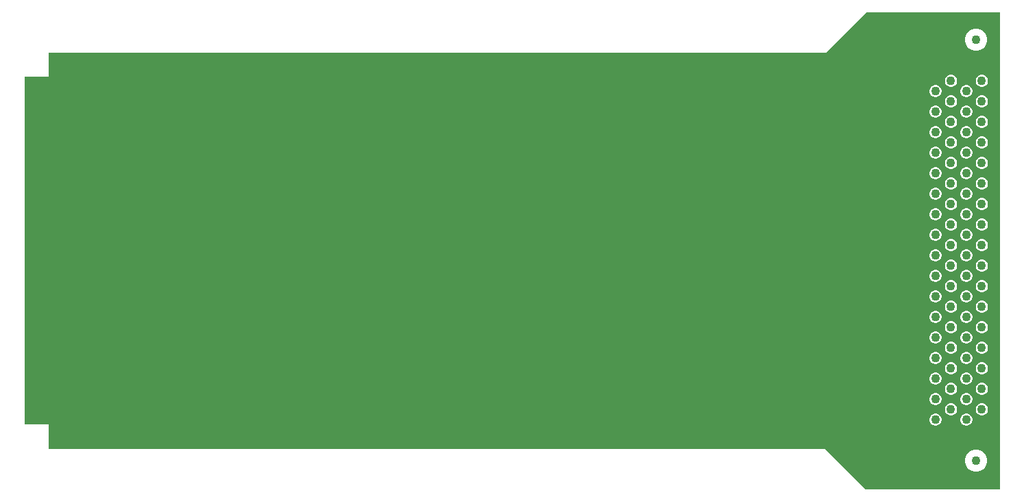
<source format=gbl>
G04*
G04 #@! TF.GenerationSoftware,Altium Limited,Altium Designer,24.4.1 (13)*
G04*
G04 Layer_Physical_Order=2*
G04 Layer_Color=16711680*
%FSLAX44Y44*%
%MOMM*%
G71*
G04*
G04 #@! TF.SameCoordinates,5C46C37F-926F-48B5-82F6-D16DC70D24A0*
G04*
G04*
G04 #@! TF.FilePolarity,Positive*
G04*
G01*
G75*
%ADD28C,1.1000*%
%ADD29C,0.6000*%
G36*
X1410349Y175375D02*
X1244625D01*
X1194625Y225375D01*
X235349D01*
Y255375D01*
X205349D01*
Y685375D01*
X235349D01*
Y715375D01*
X1195375D01*
X1245375Y765375D01*
X1410349D01*
Y175375D01*
D02*
G37*
%LPC*%
G36*
X1382777Y744700D02*
X1379223D01*
X1375789Y743780D01*
X1372711Y742003D01*
X1370197Y739489D01*
X1368420Y736411D01*
X1367500Y732977D01*
Y729423D01*
X1368420Y725989D01*
X1370197Y722911D01*
X1372711Y720397D01*
X1375789Y718620D01*
X1379223Y717700D01*
X1382777D01*
X1386211Y718620D01*
X1389289Y720397D01*
X1391803Y722911D01*
X1393580Y725989D01*
X1394500Y729423D01*
Y732977D01*
X1393580Y736411D01*
X1391803Y739489D01*
X1389289Y742003D01*
X1386211Y743780D01*
X1382777Y744700D01*
D02*
G37*
G36*
X1388987Y687900D02*
X1387013D01*
X1385105Y687389D01*
X1383395Y686402D01*
X1381998Y685005D01*
X1381011Y683295D01*
X1380500Y681387D01*
Y679413D01*
X1381011Y677505D01*
X1381998Y675795D01*
X1383395Y674398D01*
X1385105Y673411D01*
X1387013Y672900D01*
X1388987D01*
X1390895Y673411D01*
X1392605Y674398D01*
X1394001Y675795D01*
X1394989Y677505D01*
X1395500Y679413D01*
Y681387D01*
X1394989Y683295D01*
X1394001Y685005D01*
X1392605Y686402D01*
X1390895Y687389D01*
X1388987Y687900D01*
D02*
G37*
G36*
X1350897D02*
X1348923D01*
X1347015Y687389D01*
X1345305Y686402D01*
X1343909Y685005D01*
X1342921Y683295D01*
X1342410Y681387D01*
Y679413D01*
X1342921Y677505D01*
X1343909Y675795D01*
X1345305Y674398D01*
X1347015Y673411D01*
X1348923Y672900D01*
X1350897D01*
X1352805Y673411D01*
X1354515Y674398D01*
X1355912Y675795D01*
X1356899Y677505D01*
X1357410Y679413D01*
Y681387D01*
X1356899Y683295D01*
X1355912Y685005D01*
X1354515Y686402D01*
X1352805Y687389D01*
X1350897Y687900D01*
D02*
G37*
G36*
X1369937Y675200D02*
X1367963D01*
X1366055Y674689D01*
X1364345Y673701D01*
X1362948Y672305D01*
X1361961Y670595D01*
X1361450Y668687D01*
Y666713D01*
X1361961Y664805D01*
X1362948Y663095D01*
X1364345Y661699D01*
X1366055Y660711D01*
X1367963Y660200D01*
X1369937D01*
X1371845Y660711D01*
X1373555Y661699D01*
X1374951Y663095D01*
X1375939Y664805D01*
X1376450Y666713D01*
Y668687D01*
X1375939Y670595D01*
X1374951Y672305D01*
X1373555Y673701D01*
X1371845Y674689D01*
X1369937Y675200D01*
D02*
G37*
G36*
X1331837D02*
X1329863D01*
X1327955Y674689D01*
X1326245Y673701D01*
X1324848Y672305D01*
X1323861Y670595D01*
X1323350Y668687D01*
Y666713D01*
X1323861Y664805D01*
X1324848Y663095D01*
X1326245Y661699D01*
X1327955Y660711D01*
X1329863Y660200D01*
X1331837D01*
X1333745Y660711D01*
X1335455Y661699D01*
X1336852Y663095D01*
X1337839Y664805D01*
X1338350Y666713D01*
Y668687D01*
X1337839Y670595D01*
X1336852Y672305D01*
X1335455Y673701D01*
X1333745Y674689D01*
X1331837Y675200D01*
D02*
G37*
G36*
X1388987Y662500D02*
X1387013D01*
X1385105Y661989D01*
X1383395Y661002D01*
X1381998Y659605D01*
X1381011Y657895D01*
X1380500Y655987D01*
Y654013D01*
X1381011Y652105D01*
X1381998Y650395D01*
X1383395Y648998D01*
X1385105Y648011D01*
X1387013Y647500D01*
X1388987D01*
X1390895Y648011D01*
X1392605Y648998D01*
X1394001Y650395D01*
X1394989Y652105D01*
X1395500Y654013D01*
Y655987D01*
X1394989Y657895D01*
X1394001Y659605D01*
X1392605Y661002D01*
X1390895Y661989D01*
X1388987Y662500D01*
D02*
G37*
G36*
X1350897D02*
X1348923D01*
X1347015Y661989D01*
X1345305Y661002D01*
X1343909Y659605D01*
X1342921Y657895D01*
X1342410Y655987D01*
Y654013D01*
X1342921Y652105D01*
X1343909Y650395D01*
X1345305Y648998D01*
X1347015Y648011D01*
X1348923Y647500D01*
X1350897D01*
X1352805Y648011D01*
X1354515Y648998D01*
X1355912Y650395D01*
X1356899Y652105D01*
X1357410Y654013D01*
Y655987D01*
X1356899Y657895D01*
X1355912Y659605D01*
X1354515Y661002D01*
X1352805Y661989D01*
X1350897Y662500D01*
D02*
G37*
G36*
X1369937Y649800D02*
X1367963D01*
X1366055Y649289D01*
X1364345Y648301D01*
X1362948Y646905D01*
X1361961Y645195D01*
X1361450Y643287D01*
Y641313D01*
X1361961Y639405D01*
X1362948Y637695D01*
X1364345Y636298D01*
X1366055Y635311D01*
X1367963Y634800D01*
X1369937D01*
X1371845Y635311D01*
X1373555Y636298D01*
X1374951Y637695D01*
X1375939Y639405D01*
X1376450Y641313D01*
Y643287D01*
X1375939Y645195D01*
X1374951Y646905D01*
X1373555Y648301D01*
X1371845Y649289D01*
X1369937Y649800D01*
D02*
G37*
G36*
X1331837D02*
X1329863D01*
X1327955Y649289D01*
X1326245Y648301D01*
X1324848Y646905D01*
X1323861Y645195D01*
X1323350Y643287D01*
Y641313D01*
X1323861Y639405D01*
X1324848Y637695D01*
X1326245Y636298D01*
X1327955Y635311D01*
X1329863Y634800D01*
X1331837D01*
X1333745Y635311D01*
X1335455Y636298D01*
X1336852Y637695D01*
X1337839Y639405D01*
X1338350Y641313D01*
Y643287D01*
X1337839Y645195D01*
X1336852Y646905D01*
X1335455Y648301D01*
X1333745Y649289D01*
X1331837Y649800D01*
D02*
G37*
G36*
X1388987Y637100D02*
X1387013D01*
X1385105Y636589D01*
X1383395Y635602D01*
X1381998Y634205D01*
X1381011Y632495D01*
X1380500Y630587D01*
Y628613D01*
X1381011Y626705D01*
X1381998Y624995D01*
X1383395Y623599D01*
X1385105Y622611D01*
X1387013Y622100D01*
X1388987D01*
X1390895Y622611D01*
X1392605Y623599D01*
X1394001Y624995D01*
X1394989Y626705D01*
X1395500Y628613D01*
Y630587D01*
X1394989Y632495D01*
X1394001Y634205D01*
X1392605Y635602D01*
X1390895Y636589D01*
X1388987Y637100D01*
D02*
G37*
G36*
X1350897D02*
X1348923D01*
X1347015Y636589D01*
X1345305Y635602D01*
X1343909Y634205D01*
X1342921Y632495D01*
X1342410Y630587D01*
Y628613D01*
X1342921Y626705D01*
X1343909Y624995D01*
X1345305Y623599D01*
X1347015Y622611D01*
X1348923Y622100D01*
X1350897D01*
X1352805Y622611D01*
X1354515Y623599D01*
X1355912Y624995D01*
X1356899Y626705D01*
X1357410Y628613D01*
Y630587D01*
X1356899Y632495D01*
X1355912Y634205D01*
X1354515Y635602D01*
X1352805Y636589D01*
X1350897Y637100D01*
D02*
G37*
G36*
X1369937Y624400D02*
X1367963D01*
X1366055Y623889D01*
X1364345Y622901D01*
X1362948Y621505D01*
X1361961Y619795D01*
X1361450Y617887D01*
Y615913D01*
X1361961Y614005D01*
X1362948Y612295D01*
X1364345Y610899D01*
X1366055Y609911D01*
X1367963Y609400D01*
X1369937D01*
X1371845Y609911D01*
X1373555Y610899D01*
X1374951Y612295D01*
X1375939Y614005D01*
X1376450Y615913D01*
Y617887D01*
X1375939Y619795D01*
X1374951Y621505D01*
X1373555Y622901D01*
X1371845Y623889D01*
X1369937Y624400D01*
D02*
G37*
G36*
X1331837D02*
X1329863D01*
X1327955Y623889D01*
X1326245Y622901D01*
X1324848Y621505D01*
X1323861Y619795D01*
X1323350Y617887D01*
Y615913D01*
X1323861Y614005D01*
X1324848Y612295D01*
X1326245Y610899D01*
X1327955Y609911D01*
X1329863Y609400D01*
X1331837D01*
X1333745Y609911D01*
X1335455Y610899D01*
X1336852Y612295D01*
X1337839Y614005D01*
X1338350Y615913D01*
Y617887D01*
X1337839Y619795D01*
X1336852Y621505D01*
X1335455Y622901D01*
X1333745Y623889D01*
X1331837Y624400D01*
D02*
G37*
G36*
X1388987Y611700D02*
X1387013D01*
X1385105Y611189D01*
X1383395Y610201D01*
X1381998Y608805D01*
X1381011Y607095D01*
X1380500Y605187D01*
Y603213D01*
X1381011Y601305D01*
X1381998Y599595D01*
X1383395Y598199D01*
X1385105Y597211D01*
X1387013Y596700D01*
X1388987D01*
X1390895Y597211D01*
X1392605Y598199D01*
X1394001Y599595D01*
X1394989Y601305D01*
X1395500Y603213D01*
Y605187D01*
X1394989Y607095D01*
X1394001Y608805D01*
X1392605Y610201D01*
X1390895Y611189D01*
X1388987Y611700D01*
D02*
G37*
G36*
X1350897D02*
X1348923D01*
X1347015Y611189D01*
X1345305Y610201D01*
X1343909Y608805D01*
X1342921Y607095D01*
X1342410Y605187D01*
Y603213D01*
X1342921Y601305D01*
X1343909Y599595D01*
X1345305Y598199D01*
X1347015Y597211D01*
X1348923Y596700D01*
X1350897D01*
X1352805Y597211D01*
X1354515Y598199D01*
X1355912Y599595D01*
X1356899Y601305D01*
X1357410Y603213D01*
Y605187D01*
X1356899Y607095D01*
X1355912Y608805D01*
X1354515Y610201D01*
X1352805Y611189D01*
X1350897Y611700D01*
D02*
G37*
G36*
X1369937Y599000D02*
X1367963D01*
X1366055Y598489D01*
X1364345Y597501D01*
X1362948Y596105D01*
X1361961Y594395D01*
X1361450Y592487D01*
Y590513D01*
X1361961Y588605D01*
X1362948Y586895D01*
X1364345Y585499D01*
X1366055Y584511D01*
X1367963Y584000D01*
X1369937D01*
X1371845Y584511D01*
X1373555Y585499D01*
X1374951Y586895D01*
X1375939Y588605D01*
X1376450Y590513D01*
Y592487D01*
X1375939Y594395D01*
X1374951Y596105D01*
X1373555Y597501D01*
X1371845Y598489D01*
X1369937Y599000D01*
D02*
G37*
G36*
X1331837D02*
X1329863D01*
X1327955Y598489D01*
X1326245Y597501D01*
X1324848Y596105D01*
X1323861Y594395D01*
X1323350Y592487D01*
Y590513D01*
X1323861Y588605D01*
X1324848Y586895D01*
X1326245Y585499D01*
X1327955Y584511D01*
X1329863Y584000D01*
X1331837D01*
X1333745Y584511D01*
X1335455Y585499D01*
X1336852Y586895D01*
X1337839Y588605D01*
X1338350Y590513D01*
Y592487D01*
X1337839Y594395D01*
X1336852Y596105D01*
X1335455Y597501D01*
X1333745Y598489D01*
X1331837Y599000D01*
D02*
G37*
G36*
X1388987Y586300D02*
X1387013D01*
X1385105Y585789D01*
X1383395Y584801D01*
X1381998Y583405D01*
X1381011Y581695D01*
X1380500Y579787D01*
Y577813D01*
X1381011Y575905D01*
X1381998Y574195D01*
X1383395Y572799D01*
X1385105Y571811D01*
X1387013Y571300D01*
X1388987D01*
X1390895Y571811D01*
X1392605Y572799D01*
X1394001Y574195D01*
X1394989Y575905D01*
X1395500Y577813D01*
Y579787D01*
X1394989Y581695D01*
X1394001Y583405D01*
X1392605Y584801D01*
X1390895Y585789D01*
X1388987Y586300D01*
D02*
G37*
G36*
X1350897D02*
X1348923D01*
X1347015Y585789D01*
X1345305Y584801D01*
X1343909Y583405D01*
X1342921Y581695D01*
X1342410Y579787D01*
Y577813D01*
X1342921Y575905D01*
X1343909Y574195D01*
X1345305Y572799D01*
X1347015Y571811D01*
X1348923Y571300D01*
X1350897D01*
X1352805Y571811D01*
X1354515Y572799D01*
X1355912Y574195D01*
X1356899Y575905D01*
X1357410Y577813D01*
Y579787D01*
X1356899Y581695D01*
X1355912Y583405D01*
X1354515Y584801D01*
X1352805Y585789D01*
X1350897Y586300D01*
D02*
G37*
G36*
X1369937Y573600D02*
X1367963D01*
X1366055Y573089D01*
X1364345Y572102D01*
X1362948Y570705D01*
X1361961Y568995D01*
X1361450Y567087D01*
Y565113D01*
X1361961Y563205D01*
X1362948Y561495D01*
X1364345Y560098D01*
X1366055Y559111D01*
X1367963Y558600D01*
X1369937D01*
X1371845Y559111D01*
X1373555Y560098D01*
X1374951Y561495D01*
X1375939Y563205D01*
X1376450Y565113D01*
Y567087D01*
X1375939Y568995D01*
X1374951Y570705D01*
X1373555Y572102D01*
X1371845Y573089D01*
X1369937Y573600D01*
D02*
G37*
G36*
X1331837D02*
X1329863D01*
X1327955Y573089D01*
X1326245Y572102D01*
X1324848Y570705D01*
X1323861Y568995D01*
X1323350Y567087D01*
Y565113D01*
X1323861Y563205D01*
X1324848Y561495D01*
X1326245Y560098D01*
X1327955Y559111D01*
X1329863Y558600D01*
X1331837D01*
X1333745Y559111D01*
X1335455Y560098D01*
X1336852Y561495D01*
X1337839Y563205D01*
X1338350Y565113D01*
Y567087D01*
X1337839Y568995D01*
X1336852Y570705D01*
X1335455Y572102D01*
X1333745Y573089D01*
X1331837Y573600D01*
D02*
G37*
G36*
X1388987Y560900D02*
X1387013D01*
X1385105Y560389D01*
X1383395Y559402D01*
X1381998Y558005D01*
X1381011Y556295D01*
X1380500Y554387D01*
Y552413D01*
X1381011Y550505D01*
X1381998Y548795D01*
X1383395Y547398D01*
X1385105Y546411D01*
X1387013Y545900D01*
X1388987D01*
X1390895Y546411D01*
X1392605Y547398D01*
X1394001Y548795D01*
X1394989Y550505D01*
X1395500Y552413D01*
Y554387D01*
X1394989Y556295D01*
X1394001Y558005D01*
X1392605Y559402D01*
X1390895Y560389D01*
X1388987Y560900D01*
D02*
G37*
G36*
X1350897D02*
X1348923D01*
X1347015Y560389D01*
X1345305Y559402D01*
X1343909Y558005D01*
X1342921Y556295D01*
X1342410Y554387D01*
Y552413D01*
X1342921Y550505D01*
X1343909Y548795D01*
X1345305Y547398D01*
X1347015Y546411D01*
X1348923Y545900D01*
X1350897D01*
X1352805Y546411D01*
X1354515Y547398D01*
X1355912Y548795D01*
X1356899Y550505D01*
X1357410Y552413D01*
Y554387D01*
X1356899Y556295D01*
X1355912Y558005D01*
X1354515Y559402D01*
X1352805Y560389D01*
X1350897Y560900D01*
D02*
G37*
G36*
X1369937Y548200D02*
X1367963D01*
X1366055Y547689D01*
X1364345Y546702D01*
X1362948Y545305D01*
X1361961Y543595D01*
X1361450Y541687D01*
Y539713D01*
X1361961Y537805D01*
X1362948Y536095D01*
X1364345Y534698D01*
X1366055Y533711D01*
X1367963Y533200D01*
X1369937D01*
X1371845Y533711D01*
X1373555Y534698D01*
X1374951Y536095D01*
X1375939Y537805D01*
X1376450Y539713D01*
Y541687D01*
X1375939Y543595D01*
X1374951Y545305D01*
X1373555Y546702D01*
X1371845Y547689D01*
X1369937Y548200D01*
D02*
G37*
G36*
X1331837D02*
X1329863D01*
X1327955Y547689D01*
X1326245Y546702D01*
X1324848Y545305D01*
X1323861Y543595D01*
X1323350Y541687D01*
Y539713D01*
X1323861Y537805D01*
X1324848Y536095D01*
X1326245Y534698D01*
X1327955Y533711D01*
X1329863Y533200D01*
X1331837D01*
X1333745Y533711D01*
X1335455Y534698D01*
X1336852Y536095D01*
X1337839Y537805D01*
X1338350Y539713D01*
Y541687D01*
X1337839Y543595D01*
X1336852Y545305D01*
X1335455Y546702D01*
X1333745Y547689D01*
X1331837Y548200D01*
D02*
G37*
G36*
X1388987Y535500D02*
X1387013D01*
X1385105Y534989D01*
X1383395Y534002D01*
X1381998Y532605D01*
X1381011Y530895D01*
X1380500Y528987D01*
Y527013D01*
X1381011Y525105D01*
X1381998Y523395D01*
X1383395Y521998D01*
X1385105Y521011D01*
X1387013Y520500D01*
X1388987D01*
X1390895Y521011D01*
X1392605Y521998D01*
X1394001Y523395D01*
X1394989Y525105D01*
X1395500Y527013D01*
Y528987D01*
X1394989Y530895D01*
X1394001Y532605D01*
X1392605Y534002D01*
X1390895Y534989D01*
X1388987Y535500D01*
D02*
G37*
G36*
X1350897D02*
X1348923D01*
X1347015Y534989D01*
X1345305Y534002D01*
X1343909Y532605D01*
X1342921Y530895D01*
X1342410Y528987D01*
Y527013D01*
X1342921Y525105D01*
X1343909Y523395D01*
X1345305Y521998D01*
X1347015Y521011D01*
X1348923Y520500D01*
X1350897D01*
X1352805Y521011D01*
X1354515Y521998D01*
X1355912Y523395D01*
X1356899Y525105D01*
X1357410Y527013D01*
Y528987D01*
X1356899Y530895D01*
X1355912Y532605D01*
X1354515Y534002D01*
X1352805Y534989D01*
X1350897Y535500D01*
D02*
G37*
G36*
X1369937Y522800D02*
X1367963D01*
X1366055Y522289D01*
X1364345Y521301D01*
X1362948Y519905D01*
X1361961Y518195D01*
X1361450Y516287D01*
Y514313D01*
X1361961Y512405D01*
X1362948Y510695D01*
X1364345Y509299D01*
X1366055Y508311D01*
X1367963Y507800D01*
X1369937D01*
X1371845Y508311D01*
X1373555Y509299D01*
X1374951Y510695D01*
X1375939Y512405D01*
X1376450Y514313D01*
Y516287D01*
X1375939Y518195D01*
X1374951Y519905D01*
X1373555Y521301D01*
X1371845Y522289D01*
X1369937Y522800D01*
D02*
G37*
G36*
X1331837D02*
X1329863D01*
X1327955Y522289D01*
X1326245Y521301D01*
X1324848Y519905D01*
X1323861Y518195D01*
X1323350Y516287D01*
Y514313D01*
X1323861Y512405D01*
X1324848Y510695D01*
X1326245Y509299D01*
X1327955Y508311D01*
X1329863Y507800D01*
X1331837D01*
X1333745Y508311D01*
X1335455Y509299D01*
X1336852Y510695D01*
X1337839Y512405D01*
X1338350Y514313D01*
Y516287D01*
X1337839Y518195D01*
X1336852Y519905D01*
X1335455Y521301D01*
X1333745Y522289D01*
X1331837Y522800D01*
D02*
G37*
G36*
X1388987Y510100D02*
X1387013D01*
X1385105Y509589D01*
X1383395Y508601D01*
X1381998Y507205D01*
X1381011Y505495D01*
X1380500Y503587D01*
Y501613D01*
X1381011Y499705D01*
X1381998Y497995D01*
X1383395Y496599D01*
X1385105Y495611D01*
X1387013Y495100D01*
X1388987D01*
X1390895Y495611D01*
X1392605Y496599D01*
X1394001Y497995D01*
X1394989Y499705D01*
X1395500Y501613D01*
Y503587D01*
X1394989Y505495D01*
X1394001Y507205D01*
X1392605Y508601D01*
X1390895Y509589D01*
X1388987Y510100D01*
D02*
G37*
G36*
X1350897D02*
X1348923D01*
X1347015Y509589D01*
X1345305Y508601D01*
X1343909Y507205D01*
X1342921Y505495D01*
X1342410Y503587D01*
Y501613D01*
X1342921Y499705D01*
X1343909Y497995D01*
X1345305Y496599D01*
X1347015Y495611D01*
X1348923Y495100D01*
X1350897D01*
X1352805Y495611D01*
X1354515Y496599D01*
X1355912Y497995D01*
X1356899Y499705D01*
X1357410Y501613D01*
Y503587D01*
X1356899Y505495D01*
X1355912Y507205D01*
X1354515Y508601D01*
X1352805Y509589D01*
X1350897Y510100D01*
D02*
G37*
G36*
X1369937Y497400D02*
X1367963D01*
X1366055Y496889D01*
X1364345Y495901D01*
X1362948Y494505D01*
X1361961Y492795D01*
X1361450Y490887D01*
Y488913D01*
X1361961Y487005D01*
X1362948Y485295D01*
X1364345Y483899D01*
X1366055Y482911D01*
X1367963Y482400D01*
X1369937D01*
X1371845Y482911D01*
X1373555Y483899D01*
X1374951Y485295D01*
X1375939Y487005D01*
X1376450Y488913D01*
Y490887D01*
X1375939Y492795D01*
X1374951Y494505D01*
X1373555Y495901D01*
X1371845Y496889D01*
X1369937Y497400D01*
D02*
G37*
G36*
X1331837D02*
X1329863D01*
X1327955Y496889D01*
X1326245Y495901D01*
X1324848Y494505D01*
X1323861Y492795D01*
X1323350Y490887D01*
Y488913D01*
X1323861Y487005D01*
X1324848Y485295D01*
X1326245Y483899D01*
X1327955Y482911D01*
X1329863Y482400D01*
X1331837D01*
X1333745Y482911D01*
X1335455Y483899D01*
X1336852Y485295D01*
X1337839Y487005D01*
X1338350Y488913D01*
Y490887D01*
X1337839Y492795D01*
X1336852Y494505D01*
X1335455Y495901D01*
X1333745Y496889D01*
X1331837Y497400D01*
D02*
G37*
G36*
X1388987Y484700D02*
X1387013D01*
X1385105Y484189D01*
X1383395Y483201D01*
X1381998Y481805D01*
X1381011Y480095D01*
X1380500Y478187D01*
Y476213D01*
X1381011Y474305D01*
X1381998Y472595D01*
X1383395Y471199D01*
X1385105Y470211D01*
X1387013Y469700D01*
X1388987D01*
X1390895Y470211D01*
X1392605Y471199D01*
X1394001Y472595D01*
X1394989Y474305D01*
X1395500Y476213D01*
Y478187D01*
X1394989Y480095D01*
X1394001Y481805D01*
X1392605Y483201D01*
X1390895Y484189D01*
X1388987Y484700D01*
D02*
G37*
G36*
X1350897D02*
X1348923D01*
X1347015Y484189D01*
X1345305Y483201D01*
X1343909Y481805D01*
X1342921Y480095D01*
X1342410Y478187D01*
Y476213D01*
X1342921Y474305D01*
X1343909Y472595D01*
X1345305Y471199D01*
X1347015Y470211D01*
X1348923Y469700D01*
X1350897D01*
X1352805Y470211D01*
X1354515Y471199D01*
X1355912Y472595D01*
X1356899Y474305D01*
X1357410Y476213D01*
Y478187D01*
X1356899Y480095D01*
X1355912Y481805D01*
X1354515Y483201D01*
X1352805Y484189D01*
X1350897Y484700D01*
D02*
G37*
G36*
X1369937Y472000D02*
X1367963D01*
X1366055Y471489D01*
X1364345Y470502D01*
X1362948Y469105D01*
X1361961Y467395D01*
X1361450Y465487D01*
Y463513D01*
X1361961Y461605D01*
X1362948Y459895D01*
X1364345Y458498D01*
X1366055Y457511D01*
X1367963Y457000D01*
X1369937D01*
X1371845Y457511D01*
X1373555Y458498D01*
X1374951Y459895D01*
X1375939Y461605D01*
X1376450Y463513D01*
Y465487D01*
X1375939Y467395D01*
X1374951Y469105D01*
X1373555Y470502D01*
X1371845Y471489D01*
X1369937Y472000D01*
D02*
G37*
G36*
X1331837D02*
X1329863D01*
X1327955Y471489D01*
X1326245Y470502D01*
X1324848Y469105D01*
X1323861Y467395D01*
X1323350Y465487D01*
Y463513D01*
X1323861Y461605D01*
X1324848Y459895D01*
X1326245Y458498D01*
X1327955Y457511D01*
X1329863Y457000D01*
X1331837D01*
X1333745Y457511D01*
X1335455Y458498D01*
X1336852Y459895D01*
X1337839Y461605D01*
X1338350Y463513D01*
Y465487D01*
X1337839Y467395D01*
X1336852Y469105D01*
X1335455Y470502D01*
X1333745Y471489D01*
X1331837Y472000D01*
D02*
G37*
G36*
X1388987Y459300D02*
X1387013D01*
X1385105Y458789D01*
X1383395Y457802D01*
X1381998Y456405D01*
X1381011Y454695D01*
X1380500Y452787D01*
Y450813D01*
X1381011Y448905D01*
X1381998Y447195D01*
X1383395Y445798D01*
X1385105Y444811D01*
X1387013Y444300D01*
X1388987D01*
X1390895Y444811D01*
X1392605Y445798D01*
X1394001Y447195D01*
X1394989Y448905D01*
X1395500Y450813D01*
Y452787D01*
X1394989Y454695D01*
X1394001Y456405D01*
X1392605Y457802D01*
X1390895Y458789D01*
X1388987Y459300D01*
D02*
G37*
G36*
X1350897D02*
X1348923D01*
X1347015Y458789D01*
X1345305Y457802D01*
X1343909Y456405D01*
X1342921Y454695D01*
X1342410Y452787D01*
Y450813D01*
X1342921Y448905D01*
X1343909Y447195D01*
X1345305Y445798D01*
X1347015Y444811D01*
X1348923Y444300D01*
X1350897D01*
X1352805Y444811D01*
X1354515Y445798D01*
X1355912Y447195D01*
X1356899Y448905D01*
X1357410Y450813D01*
Y452787D01*
X1356899Y454695D01*
X1355912Y456405D01*
X1354515Y457802D01*
X1352805Y458789D01*
X1350897Y459300D01*
D02*
G37*
G36*
X1369937Y446600D02*
X1367963D01*
X1366055Y446089D01*
X1364345Y445102D01*
X1362948Y443705D01*
X1361961Y441995D01*
X1361450Y440087D01*
Y438113D01*
X1361961Y436205D01*
X1362948Y434495D01*
X1364345Y433098D01*
X1366055Y432111D01*
X1367963Y431600D01*
X1369937D01*
X1371845Y432111D01*
X1373555Y433098D01*
X1374951Y434495D01*
X1375939Y436205D01*
X1376450Y438113D01*
Y440087D01*
X1375939Y441995D01*
X1374951Y443705D01*
X1373555Y445102D01*
X1371845Y446089D01*
X1369937Y446600D01*
D02*
G37*
G36*
X1331837D02*
X1329863D01*
X1327955Y446089D01*
X1326245Y445102D01*
X1324848Y443705D01*
X1323861Y441995D01*
X1323350Y440087D01*
Y438113D01*
X1323861Y436205D01*
X1324848Y434495D01*
X1326245Y433098D01*
X1327955Y432111D01*
X1329863Y431600D01*
X1331837D01*
X1333745Y432111D01*
X1335455Y433098D01*
X1336852Y434495D01*
X1337839Y436205D01*
X1338350Y438113D01*
Y440087D01*
X1337839Y441995D01*
X1336852Y443705D01*
X1335455Y445102D01*
X1333745Y446089D01*
X1331837Y446600D01*
D02*
G37*
G36*
X1388987Y433900D02*
X1387013D01*
X1385105Y433389D01*
X1383395Y432402D01*
X1381998Y431005D01*
X1381011Y429295D01*
X1380500Y427387D01*
Y425413D01*
X1381011Y423505D01*
X1381998Y421795D01*
X1383395Y420398D01*
X1385105Y419411D01*
X1387013Y418900D01*
X1388987D01*
X1390895Y419411D01*
X1392605Y420398D01*
X1394001Y421795D01*
X1394989Y423505D01*
X1395500Y425413D01*
Y427387D01*
X1394989Y429295D01*
X1394001Y431005D01*
X1392605Y432402D01*
X1390895Y433389D01*
X1388987Y433900D01*
D02*
G37*
G36*
X1350897D02*
X1348923D01*
X1347015Y433389D01*
X1345305Y432402D01*
X1343909Y431005D01*
X1342921Y429295D01*
X1342410Y427387D01*
Y425413D01*
X1342921Y423505D01*
X1343909Y421795D01*
X1345305Y420398D01*
X1347015Y419411D01*
X1348923Y418900D01*
X1350897D01*
X1352805Y419411D01*
X1354515Y420398D01*
X1355912Y421795D01*
X1356899Y423505D01*
X1357410Y425413D01*
Y427387D01*
X1356899Y429295D01*
X1355912Y431005D01*
X1354515Y432402D01*
X1352805Y433389D01*
X1350897Y433900D01*
D02*
G37*
G36*
X1369937Y421200D02*
X1367963D01*
X1366055Y420689D01*
X1364345Y419701D01*
X1362948Y418305D01*
X1361961Y416595D01*
X1361450Y414687D01*
Y412713D01*
X1361961Y410805D01*
X1362948Y409095D01*
X1364345Y407699D01*
X1366055Y406711D01*
X1367963Y406200D01*
X1369937D01*
X1371845Y406711D01*
X1373555Y407699D01*
X1374951Y409095D01*
X1375939Y410805D01*
X1376450Y412713D01*
Y414687D01*
X1375939Y416595D01*
X1374951Y418305D01*
X1373555Y419701D01*
X1371845Y420689D01*
X1369937Y421200D01*
D02*
G37*
G36*
X1331837D02*
X1329863D01*
X1327955Y420689D01*
X1326245Y419701D01*
X1324848Y418305D01*
X1323861Y416595D01*
X1323350Y414687D01*
Y412713D01*
X1323861Y410805D01*
X1324848Y409095D01*
X1326245Y407699D01*
X1327955Y406711D01*
X1329863Y406200D01*
X1331837D01*
X1333745Y406711D01*
X1335455Y407699D01*
X1336852Y409095D01*
X1337839Y410805D01*
X1338350Y412713D01*
Y414687D01*
X1337839Y416595D01*
X1336852Y418305D01*
X1335455Y419701D01*
X1333745Y420689D01*
X1331837Y421200D01*
D02*
G37*
G36*
X1388987Y408500D02*
X1387013D01*
X1385105Y407989D01*
X1383395Y407001D01*
X1381998Y405605D01*
X1381011Y403895D01*
X1380500Y401987D01*
Y400013D01*
X1381011Y398105D01*
X1381998Y396395D01*
X1383395Y394999D01*
X1385105Y394011D01*
X1387013Y393500D01*
X1388987D01*
X1390895Y394011D01*
X1392605Y394999D01*
X1394001Y396395D01*
X1394989Y398105D01*
X1395500Y400013D01*
Y401987D01*
X1394989Y403895D01*
X1394001Y405605D01*
X1392605Y407001D01*
X1390895Y407989D01*
X1388987Y408500D01*
D02*
G37*
G36*
X1350897D02*
X1348923D01*
X1347015Y407989D01*
X1345305Y407001D01*
X1343909Y405605D01*
X1342921Y403895D01*
X1342410Y401987D01*
Y400013D01*
X1342921Y398105D01*
X1343909Y396395D01*
X1345305Y394999D01*
X1347015Y394011D01*
X1348923Y393500D01*
X1350897D01*
X1352805Y394011D01*
X1354515Y394999D01*
X1355912Y396395D01*
X1356899Y398105D01*
X1357410Y400013D01*
Y401987D01*
X1356899Y403895D01*
X1355912Y405605D01*
X1354515Y407001D01*
X1352805Y407989D01*
X1350897Y408500D01*
D02*
G37*
G36*
X1369937Y395800D02*
X1367963D01*
X1366055Y395289D01*
X1364345Y394301D01*
X1362948Y392905D01*
X1361961Y391195D01*
X1361450Y389287D01*
Y387313D01*
X1361961Y385405D01*
X1362948Y383695D01*
X1364345Y382299D01*
X1366055Y381311D01*
X1367963Y380800D01*
X1369937D01*
X1371845Y381311D01*
X1373555Y382299D01*
X1374951Y383695D01*
X1375939Y385405D01*
X1376450Y387313D01*
Y389287D01*
X1375939Y391195D01*
X1374951Y392905D01*
X1373555Y394301D01*
X1371845Y395289D01*
X1369937Y395800D01*
D02*
G37*
G36*
X1331837D02*
X1329863D01*
X1327955Y395289D01*
X1326245Y394301D01*
X1324848Y392905D01*
X1323861Y391195D01*
X1323350Y389287D01*
Y387313D01*
X1323861Y385405D01*
X1324848Y383695D01*
X1326245Y382299D01*
X1327955Y381311D01*
X1329863Y380800D01*
X1331837D01*
X1333745Y381311D01*
X1335455Y382299D01*
X1336852Y383695D01*
X1337839Y385405D01*
X1338350Y387313D01*
Y389287D01*
X1337839Y391195D01*
X1336852Y392905D01*
X1335455Y394301D01*
X1333745Y395289D01*
X1331837Y395800D01*
D02*
G37*
G36*
X1388987Y383100D02*
X1387013D01*
X1385105Y382589D01*
X1383395Y381601D01*
X1381998Y380205D01*
X1381011Y378495D01*
X1380500Y376587D01*
Y374613D01*
X1381011Y372705D01*
X1381998Y370995D01*
X1383395Y369599D01*
X1385105Y368611D01*
X1387013Y368100D01*
X1388987D01*
X1390895Y368611D01*
X1392605Y369599D01*
X1394001Y370995D01*
X1394989Y372705D01*
X1395500Y374613D01*
Y376587D01*
X1394989Y378495D01*
X1394001Y380205D01*
X1392605Y381601D01*
X1390895Y382589D01*
X1388987Y383100D01*
D02*
G37*
G36*
X1350897D02*
X1348923D01*
X1347015Y382589D01*
X1345305Y381601D01*
X1343909Y380205D01*
X1342921Y378495D01*
X1342410Y376587D01*
Y374613D01*
X1342921Y372705D01*
X1343909Y370995D01*
X1345305Y369599D01*
X1347015Y368611D01*
X1348923Y368100D01*
X1350897D01*
X1352805Y368611D01*
X1354515Y369599D01*
X1355912Y370995D01*
X1356899Y372705D01*
X1357410Y374613D01*
Y376587D01*
X1356899Y378495D01*
X1355912Y380205D01*
X1354515Y381601D01*
X1352805Y382589D01*
X1350897Y383100D01*
D02*
G37*
G36*
X1369937Y370400D02*
X1367963D01*
X1366055Y369889D01*
X1364345Y368901D01*
X1362948Y367505D01*
X1361961Y365795D01*
X1361450Y363887D01*
Y361913D01*
X1361961Y360005D01*
X1362948Y358295D01*
X1364345Y356898D01*
X1366055Y355911D01*
X1367963Y355400D01*
X1369937D01*
X1371845Y355911D01*
X1373555Y356898D01*
X1374951Y358295D01*
X1375939Y360005D01*
X1376450Y361913D01*
Y363887D01*
X1375939Y365795D01*
X1374951Y367505D01*
X1373555Y368901D01*
X1371845Y369889D01*
X1369937Y370400D01*
D02*
G37*
G36*
X1331837D02*
X1329863D01*
X1327955Y369889D01*
X1326245Y368901D01*
X1324848Y367505D01*
X1323861Y365795D01*
X1323350Y363887D01*
Y361913D01*
X1323861Y360005D01*
X1324848Y358295D01*
X1326245Y356898D01*
X1327955Y355911D01*
X1329863Y355400D01*
X1331837D01*
X1333745Y355911D01*
X1335455Y356898D01*
X1336852Y358295D01*
X1337839Y360005D01*
X1338350Y361913D01*
Y363887D01*
X1337839Y365795D01*
X1336852Y367505D01*
X1335455Y368901D01*
X1333745Y369889D01*
X1331837Y370400D01*
D02*
G37*
G36*
X1388987Y357700D02*
X1387013D01*
X1385105Y357189D01*
X1383395Y356202D01*
X1381998Y354805D01*
X1381011Y353095D01*
X1380500Y351187D01*
Y349213D01*
X1381011Y347305D01*
X1381998Y345595D01*
X1383395Y344198D01*
X1385105Y343211D01*
X1387013Y342700D01*
X1388987D01*
X1390895Y343211D01*
X1392605Y344198D01*
X1394001Y345595D01*
X1394989Y347305D01*
X1395500Y349213D01*
Y351187D01*
X1394989Y353095D01*
X1394001Y354805D01*
X1392605Y356202D01*
X1390895Y357189D01*
X1388987Y357700D01*
D02*
G37*
G36*
X1350897D02*
X1348923D01*
X1347015Y357189D01*
X1345305Y356202D01*
X1343909Y354805D01*
X1342921Y353095D01*
X1342410Y351187D01*
Y349213D01*
X1342921Y347305D01*
X1343909Y345595D01*
X1345305Y344198D01*
X1347015Y343211D01*
X1348923Y342700D01*
X1350897D01*
X1352805Y343211D01*
X1354515Y344198D01*
X1355912Y345595D01*
X1356899Y347305D01*
X1357410Y349213D01*
Y351187D01*
X1356899Y353095D01*
X1355912Y354805D01*
X1354515Y356202D01*
X1352805Y357189D01*
X1350897Y357700D01*
D02*
G37*
G36*
X1369937Y345000D02*
X1367963D01*
X1366055Y344489D01*
X1364345Y343502D01*
X1362948Y342105D01*
X1361961Y340395D01*
X1361450Y338487D01*
Y336513D01*
X1361961Y334605D01*
X1362948Y332895D01*
X1364345Y331498D01*
X1366055Y330511D01*
X1367963Y330000D01*
X1369937D01*
X1371845Y330511D01*
X1373555Y331498D01*
X1374951Y332895D01*
X1375939Y334605D01*
X1376450Y336513D01*
Y338487D01*
X1375939Y340395D01*
X1374951Y342105D01*
X1373555Y343502D01*
X1371845Y344489D01*
X1369937Y345000D01*
D02*
G37*
G36*
X1331837D02*
X1329863D01*
X1327955Y344489D01*
X1326245Y343502D01*
X1324848Y342105D01*
X1323861Y340395D01*
X1323350Y338487D01*
Y336513D01*
X1323861Y334605D01*
X1324848Y332895D01*
X1326245Y331498D01*
X1327955Y330511D01*
X1329863Y330000D01*
X1331837D01*
X1333745Y330511D01*
X1335455Y331498D01*
X1336852Y332895D01*
X1337839Y334605D01*
X1338350Y336513D01*
Y338487D01*
X1337839Y340395D01*
X1336852Y342105D01*
X1335455Y343502D01*
X1333745Y344489D01*
X1331837Y345000D01*
D02*
G37*
G36*
X1388987Y332300D02*
X1387013D01*
X1385105Y331789D01*
X1383395Y330802D01*
X1381998Y329405D01*
X1381011Y327695D01*
X1380500Y325787D01*
Y323813D01*
X1381011Y321905D01*
X1381998Y320195D01*
X1383395Y318799D01*
X1385105Y317811D01*
X1387013Y317300D01*
X1388987D01*
X1390895Y317811D01*
X1392605Y318799D01*
X1394001Y320195D01*
X1394989Y321905D01*
X1395500Y323813D01*
Y325787D01*
X1394989Y327695D01*
X1394001Y329405D01*
X1392605Y330802D01*
X1390895Y331789D01*
X1388987Y332300D01*
D02*
G37*
G36*
X1350897D02*
X1348923D01*
X1347015Y331789D01*
X1345305Y330802D01*
X1343909Y329405D01*
X1342921Y327695D01*
X1342410Y325787D01*
Y323813D01*
X1342921Y321905D01*
X1343909Y320195D01*
X1345305Y318799D01*
X1347015Y317811D01*
X1348923Y317300D01*
X1350897D01*
X1352805Y317811D01*
X1354515Y318799D01*
X1355912Y320195D01*
X1356899Y321905D01*
X1357410Y323813D01*
Y325787D01*
X1356899Y327695D01*
X1355912Y329405D01*
X1354515Y330802D01*
X1352805Y331789D01*
X1350897Y332300D01*
D02*
G37*
G36*
X1369937Y319600D02*
X1367963D01*
X1366055Y319089D01*
X1364345Y318102D01*
X1362948Y316705D01*
X1361961Y314995D01*
X1361450Y313087D01*
Y311113D01*
X1361961Y309205D01*
X1362948Y307495D01*
X1364345Y306098D01*
X1366055Y305111D01*
X1367963Y304600D01*
X1369937D01*
X1371845Y305111D01*
X1373555Y306098D01*
X1374951Y307495D01*
X1375939Y309205D01*
X1376450Y311113D01*
Y313087D01*
X1375939Y314995D01*
X1374951Y316705D01*
X1373555Y318102D01*
X1371845Y319089D01*
X1369937Y319600D01*
D02*
G37*
G36*
X1331837D02*
X1329863D01*
X1327955Y319089D01*
X1326245Y318102D01*
X1324848Y316705D01*
X1323861Y314995D01*
X1323350Y313087D01*
Y311113D01*
X1323861Y309205D01*
X1324848Y307495D01*
X1326245Y306098D01*
X1327955Y305111D01*
X1329863Y304600D01*
X1331837D01*
X1333745Y305111D01*
X1335455Y306098D01*
X1336852Y307495D01*
X1337839Y309205D01*
X1338350Y311113D01*
Y313087D01*
X1337839Y314995D01*
X1336852Y316705D01*
X1335455Y318102D01*
X1333745Y319089D01*
X1331837Y319600D01*
D02*
G37*
G36*
X1388987Y306900D02*
X1387013D01*
X1385105Y306389D01*
X1383395Y305401D01*
X1381998Y304005D01*
X1381011Y302295D01*
X1380500Y300387D01*
Y298413D01*
X1381011Y296505D01*
X1381998Y294795D01*
X1383395Y293398D01*
X1385105Y292411D01*
X1387013Y291900D01*
X1388987D01*
X1390895Y292411D01*
X1392605Y293398D01*
X1394001Y294795D01*
X1394989Y296505D01*
X1395500Y298413D01*
Y300387D01*
X1394989Y302295D01*
X1394001Y304005D01*
X1392605Y305401D01*
X1390895Y306389D01*
X1388987Y306900D01*
D02*
G37*
G36*
X1350897D02*
X1348923D01*
X1347015Y306389D01*
X1345305Y305401D01*
X1343909Y304005D01*
X1342921Y302295D01*
X1342410Y300387D01*
Y298413D01*
X1342921Y296505D01*
X1343909Y294795D01*
X1345305Y293398D01*
X1347015Y292411D01*
X1348923Y291900D01*
X1350897D01*
X1352805Y292411D01*
X1354515Y293398D01*
X1355912Y294795D01*
X1356899Y296505D01*
X1357410Y298413D01*
Y300387D01*
X1356899Y302295D01*
X1355912Y304005D01*
X1354515Y305401D01*
X1352805Y306389D01*
X1350897Y306900D01*
D02*
G37*
G36*
X1369937Y294200D02*
X1367963D01*
X1366055Y293689D01*
X1364345Y292701D01*
X1362948Y291305D01*
X1361961Y289595D01*
X1361450Y287687D01*
Y285713D01*
X1361961Y283805D01*
X1362948Y282095D01*
X1364345Y280699D01*
X1366055Y279711D01*
X1367963Y279200D01*
X1369937D01*
X1371845Y279711D01*
X1373555Y280699D01*
X1374951Y282095D01*
X1375939Y283805D01*
X1376450Y285713D01*
Y287687D01*
X1375939Y289595D01*
X1374951Y291305D01*
X1373555Y292701D01*
X1371845Y293689D01*
X1369937Y294200D01*
D02*
G37*
G36*
X1331837D02*
X1329863D01*
X1327955Y293689D01*
X1326245Y292701D01*
X1324848Y291305D01*
X1323861Y289595D01*
X1323350Y287687D01*
Y285713D01*
X1323861Y283805D01*
X1324848Y282095D01*
X1326245Y280699D01*
X1327955Y279711D01*
X1329863Y279200D01*
X1331837D01*
X1333745Y279711D01*
X1335455Y280699D01*
X1336852Y282095D01*
X1337839Y283805D01*
X1338350Y285713D01*
Y287687D01*
X1337839Y289595D01*
X1336852Y291305D01*
X1335455Y292701D01*
X1333745Y293689D01*
X1331837Y294200D01*
D02*
G37*
G36*
X1388987Y281500D02*
X1387013D01*
X1385105Y280989D01*
X1383395Y280002D01*
X1381998Y278605D01*
X1381011Y276895D01*
X1380500Y274987D01*
Y273013D01*
X1381011Y271105D01*
X1381998Y269395D01*
X1383395Y267999D01*
X1385105Y267011D01*
X1387013Y266500D01*
X1388987D01*
X1390895Y267011D01*
X1392605Y267999D01*
X1394001Y269395D01*
X1394989Y271105D01*
X1395500Y273013D01*
Y274987D01*
X1394989Y276895D01*
X1394001Y278605D01*
X1392605Y280002D01*
X1390895Y280989D01*
X1388987Y281500D01*
D02*
G37*
G36*
X1350897D02*
X1348923D01*
X1347015Y280989D01*
X1345305Y280002D01*
X1343909Y278605D01*
X1342921Y276895D01*
X1342410Y274987D01*
Y273013D01*
X1342921Y271105D01*
X1343909Y269395D01*
X1345305Y267999D01*
X1347015Y267011D01*
X1348923Y266500D01*
X1350897D01*
X1352805Y267011D01*
X1354515Y267999D01*
X1355912Y269395D01*
X1356899Y271105D01*
X1357410Y273013D01*
Y274987D01*
X1356899Y276895D01*
X1355912Y278605D01*
X1354515Y280002D01*
X1352805Y280989D01*
X1350897Y281500D01*
D02*
G37*
G36*
X1369937Y268800D02*
X1367963D01*
X1366055Y268289D01*
X1364345Y267302D01*
X1362948Y265905D01*
X1361961Y264195D01*
X1361450Y262287D01*
Y260313D01*
X1361961Y258405D01*
X1362948Y256695D01*
X1364345Y255299D01*
X1366055Y254311D01*
X1367963Y253800D01*
X1369937D01*
X1371845Y254311D01*
X1373555Y255299D01*
X1374951Y256695D01*
X1375939Y258405D01*
X1376450Y260313D01*
Y262287D01*
X1375939Y264195D01*
X1374951Y265905D01*
X1373555Y267302D01*
X1371845Y268289D01*
X1369937Y268800D01*
D02*
G37*
G36*
X1331837D02*
X1329863D01*
X1327955Y268289D01*
X1326245Y267302D01*
X1324848Y265905D01*
X1323861Y264195D01*
X1323350Y262287D01*
Y260313D01*
X1323861Y258405D01*
X1324848Y256695D01*
X1326245Y255299D01*
X1327955Y254311D01*
X1329863Y253800D01*
X1331837D01*
X1333745Y254311D01*
X1335455Y255299D01*
X1336852Y256695D01*
X1337839Y258405D01*
X1338350Y260313D01*
Y262287D01*
X1337839Y264195D01*
X1336852Y265905D01*
X1335455Y267302D01*
X1333745Y268289D01*
X1331837Y268800D01*
D02*
G37*
G36*
X1382777Y224000D02*
X1379223D01*
X1375789Y223080D01*
X1372711Y221303D01*
X1370197Y218789D01*
X1368420Y215711D01*
X1367500Y212277D01*
Y208723D01*
X1368420Y205289D01*
X1370197Y202211D01*
X1372711Y199697D01*
X1375789Y197920D01*
X1379223Y197000D01*
X1382777D01*
X1386211Y197920D01*
X1389289Y199697D01*
X1391803Y202211D01*
X1393580Y205289D01*
X1394500Y208723D01*
Y212277D01*
X1393580Y215711D01*
X1391803Y218789D01*
X1389289Y221303D01*
X1386211Y223080D01*
X1382777Y224000D01*
D02*
G37*
%LPD*%
D28*
X1381000Y210500D02*
D03*
Y731200D02*
D03*
X1388000Y680400D02*
D03*
X1368950Y667700D02*
D03*
X1388000Y655000D02*
D03*
X1368950Y642300D02*
D03*
X1388000Y629600D02*
D03*
X1368950Y616900D02*
D03*
X1388000Y604200D02*
D03*
X1368950Y591500D02*
D03*
X1388000Y578800D02*
D03*
X1368950Y566100D02*
D03*
X1388000Y553400D02*
D03*
X1368950Y540700D02*
D03*
X1388000Y528000D02*
D03*
X1368950Y515300D02*
D03*
X1388000Y502600D02*
D03*
X1368950Y489900D02*
D03*
X1388000Y477200D02*
D03*
X1368950Y464500D02*
D03*
X1388000Y451800D02*
D03*
X1368950Y439100D02*
D03*
X1388000Y426400D02*
D03*
X1368950Y413700D02*
D03*
X1388000Y401000D02*
D03*
X1368950Y388300D02*
D03*
X1388000Y375600D02*
D03*
X1368950Y362900D02*
D03*
X1388000Y350200D02*
D03*
X1368950Y337500D02*
D03*
X1388000Y324800D02*
D03*
X1368950Y312100D02*
D03*
X1388000Y299400D02*
D03*
X1368950Y286700D02*
D03*
X1388000Y274000D02*
D03*
X1368950Y261300D02*
D03*
X1349910Y680400D02*
D03*
X1330850Y667700D02*
D03*
X1349910Y655000D02*
D03*
X1330850Y642300D02*
D03*
X1349910Y629600D02*
D03*
X1330850Y616900D02*
D03*
X1349910Y604200D02*
D03*
X1330850Y591500D02*
D03*
X1349910Y578800D02*
D03*
X1330850Y566100D02*
D03*
X1349910Y553400D02*
D03*
X1330850Y540700D02*
D03*
X1349910Y528000D02*
D03*
X1330850Y515300D02*
D03*
X1349910Y502600D02*
D03*
X1330850Y489900D02*
D03*
X1349910Y477200D02*
D03*
X1330850Y464500D02*
D03*
X1349910Y451800D02*
D03*
X1330850Y439100D02*
D03*
X1349910Y426400D02*
D03*
X1330850Y413700D02*
D03*
X1349910Y401000D02*
D03*
X1330850Y388300D02*
D03*
X1349910Y375600D02*
D03*
X1330850Y362900D02*
D03*
X1349910Y350200D02*
D03*
X1330850Y337500D02*
D03*
X1349910Y324800D02*
D03*
X1330850Y312100D02*
D03*
X1349910Y299400D02*
D03*
X1330850Y286700D02*
D03*
X1349910Y274000D02*
D03*
X1330850Y261300D02*
D03*
D29*
X295000Y247500D02*
D03*
Y235000D02*
D03*
X319000Y701000D02*
D03*
X729000Y699000D02*
D03*
X809000D02*
D03*
X899000D02*
D03*
X484000Y700000D02*
D03*
X564000D02*
D03*
X654000D02*
D03*
X250000D02*
D03*
X400000D02*
D03*
X991000Y699000D02*
D03*
X1083000Y700000D02*
D03*
X1160000D02*
D03*
X1340000Y740000D02*
D03*
X1257096D02*
D03*
X1400000Y250000D02*
D03*
X1320000Y200000D02*
D03*
X1160000Y240000D02*
D03*
X1070000D02*
D03*
X980000D02*
D03*
X890000D02*
D03*
X800000D02*
D03*
X710000D02*
D03*
X620000D02*
D03*
X540000D02*
D03*
X450000D02*
D03*
X370000D02*
D03*
X1272000Y185000D02*
D03*
X1304000D02*
D03*
M02*

</source>
